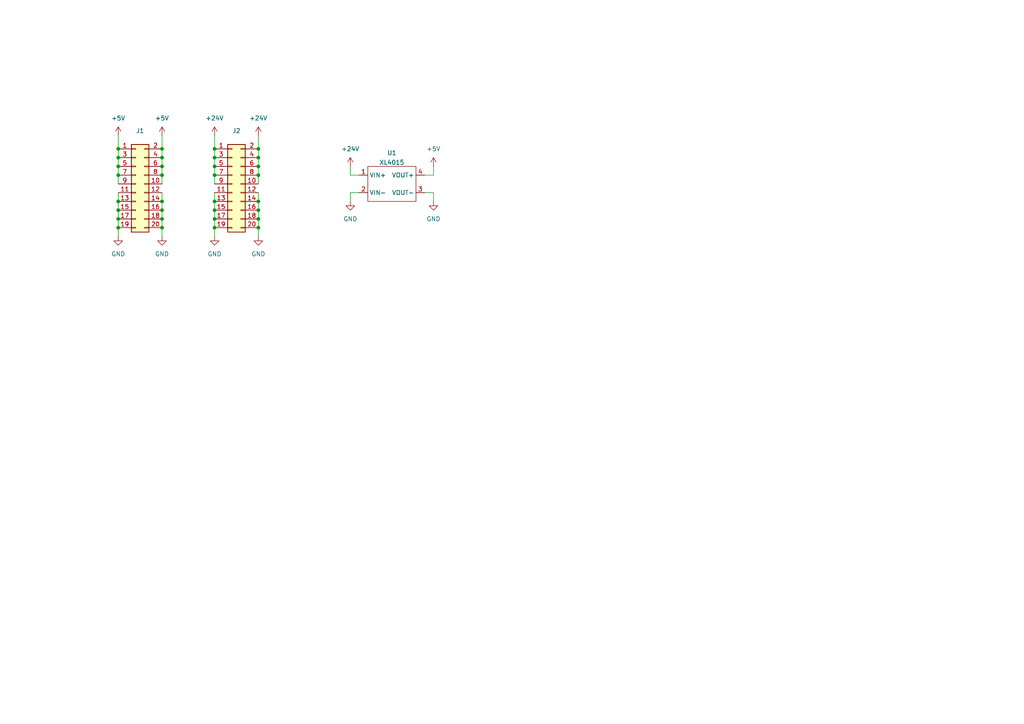
<source format=kicad_sch>
(kicad_sch (version 20211123) (generator eeschema)
  (paper "A4")
  (lib_symbols
    (symbol "Connector_Generic:Conn_02x10_Odd_Even" (pin_names (offset 1.016) hide)
      (property "Reference" "J" (at 1.27 12.7 0))
      (property "Value" "Conn_02x10_Odd_Even" (at 1.27 -15.24 0))
      (symbol "Conn_02x10_Odd_Even_1_1"
        (rectangle (start -1.27 -12.573) (end 0 -12.827) (stroke (width 0.1524)))
        (rectangle (start -1.27 -10.033) (end 0 -10.287) (stroke (width 0.1524)))
        (rectangle (start -1.27 -7.493) (end 0 -7.747) (stroke (width 0.1524)))
        (rectangle (start -1.27 -4.953) (end 0 -5.207) (stroke (width 0.1524)))
        (rectangle (start -1.27 -2.413) (end 0 -2.667) (stroke (width 0.1524)))
        (rectangle (start -1.27 0.127) (end 0 -0.127) (stroke (width 0.1524)))
        (rectangle (start -1.27 2.667) (end 0 2.413) (stroke (width 0.1524)))
        (rectangle (start -1.27 5.207) (end 0 4.953) (stroke (width 0.1524)))
        (rectangle (start -1.27 7.747) (end 0 7.493) (stroke (width 0.1524)))
        (rectangle (start -1.27 10.287) (end 0 10.033) (stroke (width 0.1524)))
        (rectangle (start -1.27 11.43) (end 3.81 -13.97) (stroke (width 0.254)) (fill (type background)))
        (rectangle (start 3.81 -12.573) (end 2.54 -12.827) (stroke (width 0.1524)))
        (rectangle (start 3.81 -10.033) (end 2.54 -10.287) (stroke (width 0.1524)))
        (rectangle (start 3.81 -7.493) (end 2.54 -7.747) (stroke (width 0.1524)))
        (rectangle (start 3.81 -4.953) (end 2.54 -5.207) (stroke (width 0.1524)))
        (rectangle (start 3.81 -2.413) (end 2.54 -2.667) (stroke (width 0.1524)))
        (rectangle (start 3.81 0.127) (end 2.54 -0.127) (stroke (width 0.1524)))
        (rectangle (start 3.81 2.667) (end 2.54 2.413) (stroke (width 0.1524)))
        (rectangle (start 3.81 5.207) (end 2.54 4.953) (stroke (width 0.1524)))
        (rectangle (start 3.81 7.747) (end 2.54 7.493) (stroke (width 0.1524)))
        (rectangle (start 3.81 10.287) (end 2.54 10.033) (stroke (width 0.1524)))
        (pin passive line (at -5.08 10.16 0) (length 3.81) (name "Pin_1") (number "1"))
        (pin passive line (at 7.62 0 180) (length 3.81) (name "Pin_10") (number "10"))
        (pin passive line (at -5.08 -2.54 0) (length 3.81) (name "Pin_11") (number "11"))
        (pin passive line (at 7.62 -2.54 180) (length 3.81) (name "Pin_12") (number "12"))
        (pin passive line (at -5.08 -5.08 0) (length 3.81) (name "Pin_13") (number "13"))
        (pin passive line (at 7.62 -5.08 180) (length 3.81) (name "Pin_14") (number "14"))
        (pin passive line (at -5.08 -7.62 0) (length 3.81) (name "Pin_15") (number "15"))
        (pin passive line (at 7.62 -7.62 180) (length 3.81) (name "Pin_16") (number "16"))
        (pin passive line (at -5.08 -10.16 0) (length 3.81) (name "Pin_17") (number "17"))
        (pin passive line (at 7.62 -10.16 180) (length 3.81) (name "Pin_18") (number "18"))
        (pin passive line (at -5.08 -12.7 0) (length 3.81) (name "Pin_19") (number "19"))
        (pin passive line (at 7.62 10.16 180) (length 3.81) (name "Pin_2") (number "2"))
        (pin passive line (at 7.62 -12.7 180) (length 3.81) (name "Pin_20") (number "20"))
        (pin passive line (at -5.08 7.62 0) (length 3.81) (name "Pin_3") (number "3"))
        (pin passive line (at 7.62 7.62 180) (length 3.81) (name "Pin_4") (number "4"))
        (pin passive line (at -5.08 5.08 0) (length 3.81) (name "Pin_5") (number "5"))
        (pin passive line (at 7.62 5.08 180) (length 3.81) (name "Pin_6") (number "6"))
        (pin passive line (at -5.08 2.54 0) (length 3.81) (name "Pin_7") (number "7"))
        (pin passive line (at 7.62 2.54 180) (length 3.81) (name "Pin_8") (number "8"))
        (pin passive line (at -5.08 0 0) (length 3.81) (name "Pin_9") (number "9"))
      )
    )
    (symbol "LannooLeaf:XL4015"
      (property "Reference" "U" (at 6.35 6.35 0))
      (property "Value" "XL4015" (at -3.81 6.35 0))
      (symbol "XL4015_0_1"
        (rectangle (start -6.35 5.08) (end 7.62 -5.08) (stroke (width 0.1524)))
      )
      (symbol "XL4015_1_1"
        (pin input line (at -8.89 2.54 0) (length 2.54) (name "VIN+") (number "1"))
        (pin input line (at -8.89 -2.54 0) (length 2.54) (name "VIN-") (number "2"))
        (pin input line (at 10.16 -2.54 180) (length 2.54) (name "VOUT-") (number "3"))
        (pin input line (at 10.16 2.54 180) (length 2.54) (name "VOUT+") (number "4"))
      )
    )
    (symbol "power:+24V" (power) (pin_names (offset 0))
      (property "Value" "+24V" (at 0 3.556 0))
      (symbol "+24V_0_1"
        (polyline (pts (xy -0.762 1.27) (xy 0 2.54)))
        (polyline (pts (xy 0 0) (xy 0 2.54)))
        (polyline (pts (xy 0 2.54) (xy 0.762 1.27)))
      )
      (symbol "+24V_1_1"
        (pin power_in line (at 0 0 90) (length 0) hide (name "+24V") (number "1"))
      )
    )
    (symbol "power:+5V" (power) (pin_names (offset 0))
      (property "Value" "+5V" (at 0 3.556 0))
      (symbol "+5V_0_1"
        (polyline (pts (xy -0.762 1.27) (xy 0 2.54)))
        (polyline (pts (xy 0 0) (xy 0 2.54)))
        (polyline (pts (xy 0 2.54) (xy 0.762 1.27)))
      )
      (symbol "+5V_1_1"
        (pin power_in line (at 0 0 90) (length 0) hide (name "+5V") (number "1"))
      )
    )
    (symbol "power:GND" (power) (pin_names (offset 0))
      (property "Value" "GND" (at 0 -3.81 0))
      (symbol "GND_0_1"
        (polyline (pts (xy 0 0) (xy 0 -1.27) (xy 1.27 -1.27) (xy 0 -2.54) (xy -1.27 -1.27) (xy 0 -1.27)))
      )
      (symbol "GND_1_1"
        (pin power_in line (at 0 0 270) (length 0) hide (name "GND") (number "1"))
      )
    )
  )
  (junction (at 74.93 48.26))
  (junction (at 34.29 63.5))
  (junction (at 46.99 50.8))
  (junction (at 46.99 60.96))
  (junction (at 62.23 60.96))
  (junction (at 62.23 45.72))
  (junction (at 46.99 45.72))
  (junction (at 74.93 66.04))
  (junction (at 34.29 50.8))
  (junction (at 62.23 48.26))
  (junction (at 74.93 43.18))
  (junction (at 34.29 58.42))
  (junction (at 74.93 50.8))
  (junction (at 46.99 48.26))
  (junction (at 34.29 48.26))
  (junction (at 46.99 63.5))
  (junction (at 62.23 63.5))
  (junction (at 62.23 50.8))
  (junction (at 62.23 66.04))
  (junction (at 74.93 60.96))
  (junction (at 34.29 60.96))
  (junction (at 74.93 58.42))
  (junction (at 34.29 66.04))
  (junction (at 62.23 58.42))
  (junction (at 74.93 45.72))
  (junction (at 46.99 43.18))
  (junction (at 46.99 66.04))
  (junction (at 62.23 43.18))
  (junction (at 34.29 43.18))
  (junction (at 34.29 45.72))
  (junction (at 74.93 63.5))
  (junction (at 46.99 58.42))
  (wire (pts (xy 46.99 43.18) (xy 46.99 45.72)))
  (wire (pts (xy 101.6 55.88) (xy 104.14 55.88)))
  (wire (pts (xy 74.93 39.37) (xy 74.93 43.18)))
  (wire (pts (xy 123.19 50.8) (xy 125.73 50.8)))
  (wire (pts (xy 74.93 55.88) (xy 74.93 58.42)))
  (wire (pts (xy 125.73 50.8) (xy 125.73 48.26)))
  (wire (pts (xy 46.99 63.5) (xy 46.99 66.04)))
  (wire (pts (xy 34.29 39.37) (xy 34.29 43.18)))
  (wire (pts (xy 74.93 66.04) (xy 74.93 68.58)))
  (wire (pts (xy 46.99 45.72) (xy 46.99 48.26)))
  (wire (pts (xy 62.23 50.8) (xy 62.23 53.34)))
  (wire (pts (xy 62.23 63.5) (xy 62.23 66.04)))
  (wire (pts (xy 62.23 66.04) (xy 62.23 68.58)))
  (wire (pts (xy 34.29 45.72) (xy 34.29 48.26)))
  (wire (pts (xy 101.6 58.42) (xy 101.6 55.88)))
  (wire (pts (xy 62.23 48.26) (xy 62.23 50.8)))
  (wire (pts (xy 62.23 58.42) (xy 62.23 60.96)))
  (wire (pts (xy 123.19 55.88) (xy 125.73 55.88)))
  (wire (pts (xy 62.23 43.18) (xy 62.23 45.72)))
  (wire (pts (xy 46.99 66.04) (xy 46.99 68.58)))
  (wire (pts (xy 46.99 50.8) (xy 46.99 53.34)))
  (wire (pts (xy 46.99 48.26) (xy 46.99 50.8)))
  (wire (pts (xy 104.14 50.8) (xy 101.6 50.8)))
  (wire (pts (xy 62.23 55.88) (xy 62.23 58.42)))
  (wire (pts (xy 46.99 55.88) (xy 46.99 58.42)))
  (wire (pts (xy 74.93 60.96) (xy 74.93 63.5)))
  (wire (pts (xy 46.99 60.96) (xy 46.99 63.5)))
  (wire (pts (xy 34.29 50.8) (xy 34.29 53.34)))
  (wire (pts (xy 74.93 45.72) (xy 74.93 48.26)))
  (wire (pts (xy 62.23 60.96) (xy 62.23 63.5)))
  (wire (pts (xy 101.6 48.26) (xy 101.6 50.8)))
  (wire (pts (xy 34.29 60.96) (xy 34.29 63.5)))
  (wire (pts (xy 34.29 43.18) (xy 34.29 45.72)))
  (wire (pts (xy 62.23 39.37) (xy 62.23 43.18)))
  (wire (pts (xy 46.99 58.42) (xy 46.99 60.96)))
  (wire (pts (xy 62.23 45.72) (xy 62.23 48.26)))
  (wire (pts (xy 74.93 58.42) (xy 74.93 60.96)))
  (wire (pts (xy 34.29 66.04) (xy 34.29 68.58)))
  (wire (pts (xy 34.29 58.42) (xy 34.29 60.96)))
  (wire (pts (xy 125.73 55.88) (xy 125.73 58.42)))
  (wire (pts (xy 34.29 48.26) (xy 34.29 50.8)))
  (wire (pts (xy 74.93 48.26) (xy 74.93 50.8)))
  (wire (pts (xy 74.93 43.18) (xy 74.93 45.72)))
  (wire (pts (xy 74.93 50.8) (xy 74.93 53.34)))
  (wire (pts (xy 46.99 39.37) (xy 46.99 43.18)))
  (wire (pts (xy 34.29 63.5) (xy 34.29 66.04)))
  (wire (pts (xy 74.93 63.5) (xy 74.93 66.04)))
  (wire (pts (xy 34.29 55.88) (xy 34.29 58.42)))
  (symbol (lib_id "Connector_Generic:Conn_02x10_Odd_Even") (at 67.31 53.34 0) (unit 1)
    (property "Reference" "J2" (at 68.58 37.9435 0))
    (property "Value" "Conn_02x10_Counter_Clockwise" (effects hide))
    (property "Footprint" "Connector_PinHeader_2.54mm:PinHeader_2x10_P2.54mm_Vertical" (effects hide))
  )
  (symbol (lib_id "power:GND") (at 74.93 68.58 0) (unit 1)
    (property "Reference" "#PWR0108" (effects hide))
    (property "Value" "GND" (at 74.93 73.66 0))
  )
  (symbol (lib_id "power:+24V") (at 101.6 48.26 0) (unit 1)
    (property "Reference" "#PWR0110" (effects hide))
    (property "Value" "+24V" (at 101.6 43.18 0))
  )
  (symbol (lib_id "power:GND") (at 34.29 68.58 0) (unit 1)
    (property "Reference" "#PWR0105" (effects hide))
    (property "Value" "GND" (at 34.29 73.66 0))
  )
  (symbol (lib_id "power:GND") (at 101.6 58.42 0) (unit 1)
    (property "Reference" "#PWR0109" (effects hide))
    (property "Value" "GND" (at 101.6 63.5 0))
  )
  (symbol (lib_id "power:GND") (at 125.73 58.42 0) (unit 1)
    (property "Reference" "#PWR0112" (effects hide))
    (property "Value" "GND" (at 125.73 63.5 0))
  )
  (symbol (lib_id "power:+24V") (at 62.23 39.37 0) (unit 1)
    (property "Reference" "#PWR0101" (effects hide))
    (property "Value" "+24V" (at 62.23 34.29 0))
  )
  (symbol (lib_id "LannooLeaf:XL4015") (at 113.03 53.34 0) (unit 1)
    (property "Reference" "U1" (at 113.665 44.3443 0))
    (property "Value" "XL4015" (at 113.665 47.1194 0))
    (property "Footprint" "LannooLeaf:XL4015" (effects hide))
  )
  (symbol (lib_id "power:+5V") (at 125.73 48.26 0) (unit 1)
    (property "Reference" "#PWR0111" (effects hide))
    (property "Value" "+5V" (at 125.73 43.18 0))
  )
  (symbol (lib_id "power:+24V") (at 74.93 39.37 0) (unit 1)
    (property "Reference" "#PWR0107" (effects hide))
    (property "Value" "+24V" (at 74.93 34.29 0))
  )
  (symbol (lib_id "power:GND") (at 62.23 68.58 0) (unit 1)
    (property "Reference" "#PWR0102" (effects hide))
    (property "Value" "GND" (at 62.23 73.66 0))
  )
  (symbol (lib_id "Connector_Generic:Conn_02x10_Odd_Even") (at 39.37 53.34 0) (unit 1)
    (property "Reference" "J1" (at 40.64 37.9435 0))
    (property "Value" "Conn_02x10_Counter_Clockwise" (effects hide))
    (property "Footprint" "Connector_PinHeader_2.54mm:PinHeader_2x10_P2.54mm_Vertical" (effects hide))
  )
  (symbol (lib_id "power:+5V") (at 34.29 39.37 0) (unit 1)
    (property "Reference" "#PWR0103" (effects hide))
    (property "Value" "+5V" (at 34.29 34.29 0))
  )
  (symbol (lib_id "power:GND") (at 46.99 68.58 0) (unit 1)
    (property "Reference" "#PWR0104" (effects hide))
    (property "Value" "GND" (at 46.99 73.66 0))
  )
  (symbol (lib_id "power:+5V") (at 46.99 39.37 0) (unit 1)
    (property "Reference" "#PWR0106" (effects hide))
    (property "Value" "+5V" (at 46.99 34.29 0))
  )
)
</source>
